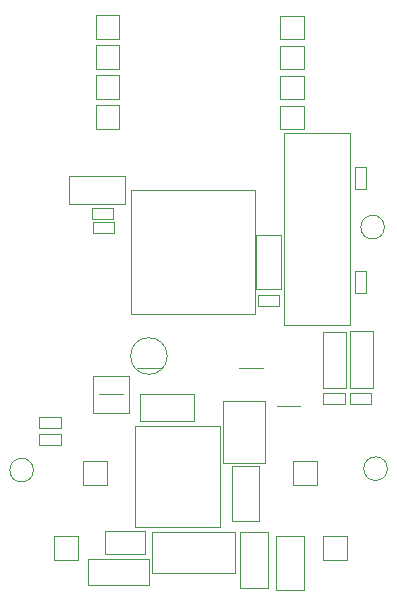
<source format=gbr>
%TF.GenerationSoftware,KiCad,Pcbnew,(5.1.10)-1*%
%TF.CreationDate,2021-10-24T00:58:49+05:30*%
%TF.ProjectId,Modbus_IO_Board,4d6f6462-7573-45f4-994f-5f426f617264,rev?*%
%TF.SameCoordinates,Original*%
%TF.FileFunction,Other,User*%
%FSLAX46Y46*%
G04 Gerber Fmt 4.6, Leading zero omitted, Abs format (unit mm)*
G04 Created by KiCad (PCBNEW (5.1.10)-1) date 2021-10-24 00:58:49*
%MOMM*%
%LPD*%
G01*
G04 APERTURE LIST*
%ADD10C,0.050000*%
%ADD11C,0.120000*%
%ADD12C,0.100000*%
G04 APERTURE END LIST*
D10*
%TO.C,TP9*%
X141970000Y-93964000D02*
X139970000Y-93964000D01*
X142500000Y-92954000D02*
G75*
G03*
X142500000Y-92954000I-1546932J0D01*
G01*
%TO.C,B*%
X138750000Y-96180000D02*
X136750000Y-96180000D01*
D11*
X136230000Y-94630000D02*
X139300000Y-94620000D01*
X139300000Y-94620000D02*
X139300000Y-97750000D01*
X139300000Y-97750000D02*
X136230000Y-97750000D01*
X136230000Y-97750000D02*
X136230000Y-94630000D01*
D10*
%TO.C,I-3*%
X138439400Y-71154800D02*
X136439400Y-71154800D01*
X138439400Y-71154800D02*
X138439400Y-69154800D01*
X136439400Y-69154800D02*
X136439400Y-71154800D01*
X136439400Y-69154800D02*
X138439400Y-69154800D01*
%TO.C,I-1*%
X138439400Y-66074800D02*
X136439400Y-66074800D01*
X138439400Y-66074800D02*
X138439400Y-64074800D01*
X136439400Y-64074800D02*
X136439400Y-66074800D01*
X136439400Y-64074800D02*
X138439400Y-64074800D01*
%TO.C,I-2*%
X138439400Y-68614800D02*
X136439400Y-68614800D01*
X138439400Y-68614800D02*
X138439400Y-66614800D01*
X136439400Y-66614800D02*
X136439400Y-68614800D01*
X136439400Y-66614800D02*
X138439400Y-66614800D01*
%TO.C,I-4*%
X138439400Y-73694800D02*
X136439400Y-73694800D01*
X138439400Y-73694800D02*
X138439400Y-71694800D01*
X136439400Y-71694800D02*
X136439400Y-73694800D01*
X136439400Y-71694800D02*
X138439400Y-71694800D01*
%TO.C,O-4*%
X152060400Y-71771000D02*
X154060400Y-71771000D01*
X152060400Y-71771000D02*
X152060400Y-73771000D01*
X154060400Y-73771000D02*
X154060400Y-71771000D01*
X154060400Y-73771000D02*
X152060400Y-73771000D01*
%TO.C,O-3*%
X152060400Y-69231000D02*
X154060400Y-69231000D01*
X152060400Y-69231000D02*
X152060400Y-71231000D01*
X154060400Y-71231000D02*
X154060400Y-69231000D01*
X154060400Y-71231000D02*
X152060400Y-71231000D01*
%TO.C,O-2*%
X152060400Y-66691000D02*
X154060400Y-66691000D01*
X152060400Y-66691000D02*
X152060400Y-68691000D01*
X154060400Y-68691000D02*
X154060400Y-66691000D01*
X154060400Y-68691000D02*
X152060400Y-68691000D01*
%TO.C,O-1*%
X152060400Y-64151000D02*
X154060400Y-64151000D01*
X152060400Y-64151000D02*
X152060400Y-66151000D01*
X154060400Y-66151000D02*
X154060400Y-64151000D01*
X154060400Y-66151000D02*
X152060400Y-66151000D01*
%TO.C,TP11*%
X155178000Y-103870000D02*
X153178000Y-103870000D01*
X155178000Y-103870000D02*
X155178000Y-101870000D01*
X153178000Y-101870000D02*
X153178000Y-103870000D01*
X153178000Y-101870000D02*
X155178000Y-101870000D01*
%TO.C,12V*%
X155718000Y-108230000D02*
X157718000Y-108230000D01*
X155718000Y-108230000D02*
X155718000Y-110230000D01*
X157718000Y-110230000D02*
X157718000Y-108230000D01*
X157718000Y-110230000D02*
X155718000Y-110230000D01*
%TO.C,TP15*%
X137398000Y-103870000D02*
X135398000Y-103870000D01*
X137398000Y-103870000D02*
X137398000Y-101870000D01*
X135398000Y-101870000D02*
X135398000Y-103870000D01*
X135398000Y-101870000D02*
X137398000Y-101870000D01*
%TO.C,12V*%
X134920000Y-110230000D02*
X132920000Y-110230000D01*
X134920000Y-110230000D02*
X134920000Y-108230000D01*
X132920000Y-108230000D02*
X132920000Y-110230000D01*
X132920000Y-108230000D02*
X134920000Y-108230000D01*
%TO.C,B*%
X153760000Y-97220000D02*
X151760000Y-97220000D01*
%TO.C,A*%
X150606000Y-93964000D02*
X148606000Y-93964000D01*
%TO.C,IC1*%
X149920000Y-89420000D02*
X139420000Y-89420000D01*
X139420000Y-89420000D02*
X139420000Y-78920000D01*
X139420000Y-78920000D02*
X149920000Y-78920000D01*
X149920000Y-78920000D02*
X149920000Y-89420000D01*
D12*
%TO.C,Y1*%
X157974000Y-90288000D02*
X152386000Y-90288000D01*
X157974000Y-74032000D02*
X157974000Y-90288000D01*
X152386000Y-74032000D02*
X157974000Y-74032000D01*
X152386000Y-90288000D02*
X152386000Y-74032000D01*
D10*
%TO.C,D3*%
X141000000Y-110132000D02*
X141000000Y-112342000D01*
X135820000Y-110122000D02*
X141000000Y-110122000D01*
X135820000Y-112342000D02*
X135820000Y-110122000D01*
X141000000Y-112342000D02*
X135820000Y-112342000D01*
%TO.C,D2*%
X159950000Y-95700000D02*
X157960000Y-95700000D01*
X159950000Y-90810000D02*
X159950000Y-95700000D01*
X157960000Y-90810000D02*
X159950000Y-90810000D01*
X157960000Y-95690000D02*
X157960000Y-90820000D01*
D12*
%TO.C,D1*%
X155680000Y-90890000D02*
X157680000Y-90890000D01*
X155680000Y-95690000D02*
X155680000Y-90890000D01*
X157680000Y-95690000D02*
X155680000Y-95690000D01*
X157680000Y-90890000D02*
X157680000Y-95690000D01*
D10*
%TO.C,C3*%
X152120000Y-82680000D02*
X152120000Y-87280000D01*
X150020000Y-82680000D02*
X152120000Y-82680000D01*
X150020000Y-87280000D02*
X150020000Y-82680000D01*
X152120000Y-87280000D02*
X150020000Y-87280000D01*
%TO.C,C7*%
X158410000Y-78810000D02*
X158410000Y-76990000D01*
X159330000Y-78810000D02*
X158410000Y-78810000D01*
X159330000Y-76990000D02*
X159330000Y-78810000D01*
X158410000Y-76990000D02*
X159330000Y-76990000D01*
%TO.C,C6*%
X159320000Y-85770000D02*
X159320000Y-87590000D01*
X158400000Y-85770000D02*
X159320000Y-85770000D01*
X158400000Y-87590000D02*
X158400000Y-85770000D01*
X159320000Y-87590000D02*
X158400000Y-87590000D01*
%TO.C,C5*%
X136120000Y-80420000D02*
X137940000Y-80420000D01*
X136120000Y-81340000D02*
X136120000Y-80420000D01*
X137940000Y-81340000D02*
X136120000Y-81340000D01*
X137940000Y-80420000D02*
X137940000Y-81340000D01*
%TO.C,C4*%
X138010000Y-82530000D02*
X136190000Y-82530000D01*
X138010000Y-81610000D02*
X138010000Y-82530000D01*
X136190000Y-81610000D02*
X138010000Y-81610000D01*
X136190000Y-82530000D02*
X136190000Y-81610000D01*
%TO.C,C2*%
X150170000Y-87760000D02*
X151990000Y-87760000D01*
X150170000Y-88680000D02*
X150170000Y-87760000D01*
X151990000Y-88680000D02*
X150170000Y-88680000D01*
X151990000Y-87760000D02*
X151990000Y-88680000D01*
%TO.C,C1*%
X159800000Y-97040000D02*
X157980000Y-97040000D01*
X159800000Y-96120000D02*
X159800000Y-97040000D01*
X157980000Y-96120000D02*
X159800000Y-96120000D01*
X157980000Y-97040000D02*
X157980000Y-96120000D01*
%TO.C,R14*%
X133476200Y-100502800D02*
X131616200Y-100502800D01*
X133476200Y-99562800D02*
X133476200Y-100502800D01*
X131616200Y-99562800D02*
X133476200Y-99562800D01*
X131616200Y-100502800D02*
X131616200Y-99562800D01*
%TO.C,R3*%
X131636200Y-98122800D02*
X133496200Y-98122800D01*
X131636200Y-99062800D02*
X131636200Y-98122800D01*
X133496200Y-99062800D02*
X131636200Y-99062800D01*
X133496200Y-98122800D02*
X133496200Y-99062800D01*
%TO.C,R1*%
X157590000Y-97020000D02*
X155730000Y-97020000D01*
X157590000Y-96080000D02*
X157590000Y-97020000D01*
X155730000Y-96080000D02*
X157590000Y-96080000D01*
X155730000Y-97020000D02*
X155730000Y-96080000D01*
%TO.C,RV1*%
X148660000Y-107886000D02*
X151060000Y-107886000D01*
X148660000Y-112586000D02*
X148660000Y-107886000D01*
X151060000Y-112586000D02*
X148660000Y-112586000D01*
X151060000Y-107886000D02*
X151060000Y-112586000D01*
%TO.C,RT1*%
X140646000Y-109695000D02*
X140646000Y-107729000D01*
X137230000Y-109695000D02*
X137230000Y-107729000D01*
X137230000Y-107729000D02*
X140646000Y-107729000D01*
X137230000Y-109695000D02*
X140646000Y-109695000D01*
%TO.C,L1*%
X138890000Y-80080000D02*
X134190000Y-80080000D01*
X138890000Y-77680000D02*
X138890000Y-80080000D01*
X134190000Y-77680000D02*
X138890000Y-77680000D01*
X134190000Y-80080000D02*
X134190000Y-77680000D01*
%TO.C,IC2*%
X139760000Y-98845000D02*
X146960000Y-98845000D01*
X139760000Y-107395000D02*
X139760000Y-98845000D01*
X146960000Y-107395000D02*
X139760000Y-107395000D01*
X146960000Y-98845000D02*
X146960000Y-107395000D01*
%TO.C,FB1*%
X154058000Y-112790000D02*
X151758000Y-112790000D01*
X154058000Y-108190000D02*
X154058000Y-112790000D01*
X151758000Y-108190000D02*
X154058000Y-108190000D01*
X151758000Y-112790000D02*
X151758000Y-108190000D01*
%TO.C,C10*%
X144794000Y-98432000D02*
X140194000Y-98432000D01*
X144794000Y-96132000D02*
X144794000Y-98432000D01*
X140194000Y-96132000D02*
X144794000Y-96132000D01*
X140194000Y-98432000D02*
X140194000Y-96132000D01*
%TO.C,C9*%
X147950000Y-106890000D02*
X147950000Y-102290000D01*
X150250000Y-106890000D02*
X147950000Y-106890000D01*
X150250000Y-102290000D02*
X150250000Y-106890000D01*
X147950000Y-102290000D02*
X150250000Y-102290000D01*
%TO.C,C8*%
X150771800Y-102015200D02*
X147271800Y-102015200D01*
X150771800Y-96765200D02*
X150771800Y-102015200D01*
X147271800Y-96765200D02*
X150771800Y-96765200D01*
X147271800Y-102015200D02*
X147271800Y-96765200D01*
%TO.C,GND*%
X131175000Y-102616000D02*
G75*
G03*
X131175000Y-102616000I-1000000J0D01*
G01*
X161147000Y-102489000D02*
G75*
G03*
X161147000Y-102489000I-1000000J0D01*
G01*
X160893000Y-82042000D02*
G75*
G03*
X160893000Y-82042000I-1000000J0D01*
G01*
%TO.C,D4*%
X141210000Y-111350000D02*
X141210000Y-107850000D01*
X148210000Y-111350000D02*
X141210000Y-111350000D01*
X148210000Y-107850000D02*
X148210000Y-111350000D01*
X141210000Y-107850000D02*
X148210000Y-107850000D01*
%TD*%
M02*

</source>
